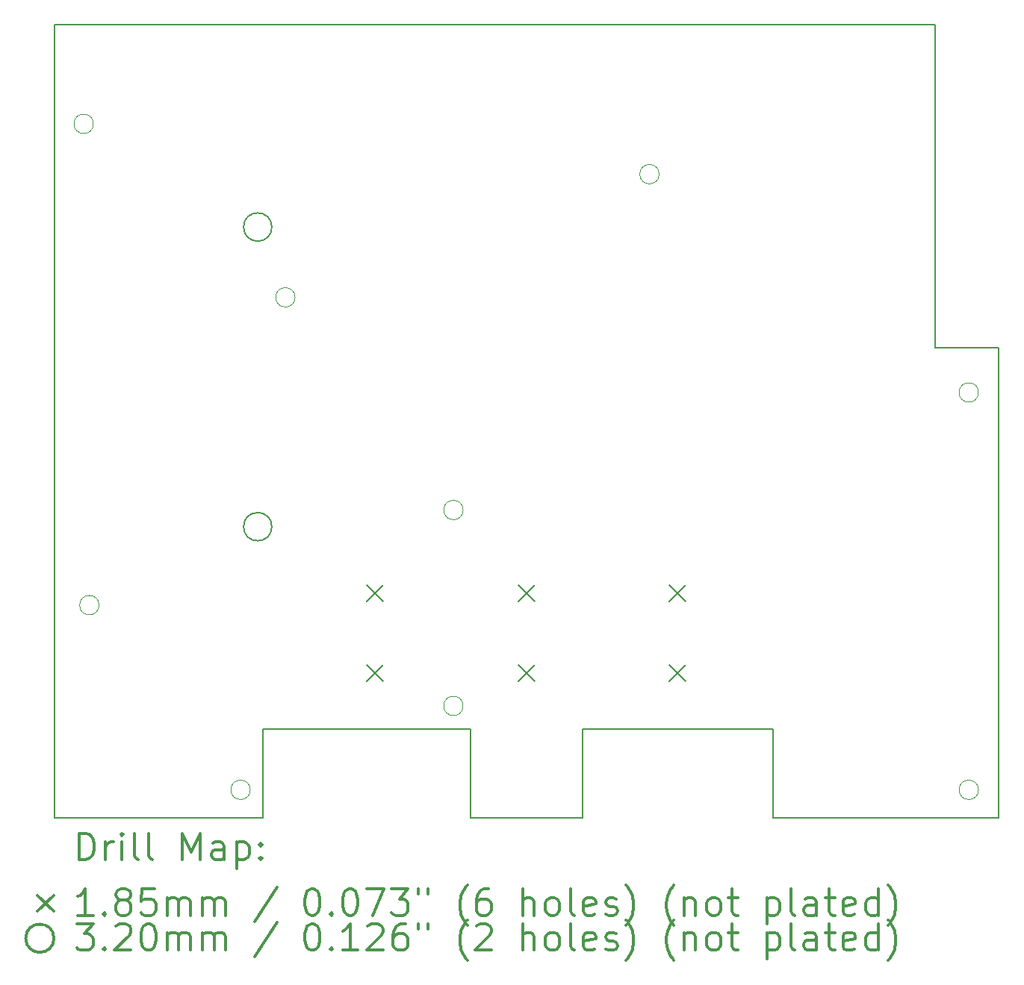
<source format=gbr>
%FSLAX45Y45*%
G04 Gerber Fmt 4.5, Leading zero omitted, Abs format (unit mm)*
G04 Created by KiCad (PCBNEW (5.1.6)-1) date 2021-06-16 15:59:07*
%MOMM*%
%LPD*%
G01*
G04 APERTURE LIST*
%TA.AperFunction,Profile*%
%ADD10C,0.050000*%
%TD*%
%TA.AperFunction,Profile*%
%ADD11C,0.200000*%
%TD*%
%ADD12C,0.200000*%
%ADD13C,0.300000*%
G04 APERTURE END LIST*
D10*
X8428500Y-14605000D02*
G75*
G03*
X8428500Y-14605000I-110000J0D01*
G01*
X14270500Y-11049000D02*
G75*
G03*
X14270500Y-11049000I-110000J0D01*
G01*
X14270500Y-15557500D02*
G75*
G03*
X14270500Y-15557500I-110000J0D01*
G01*
X4237500Y-8001000D02*
G75*
G03*
X4237500Y-8001000I-110000J0D01*
G01*
X10651000Y-8572500D02*
G75*
G03*
X10651000Y-8572500I-110000J0D01*
G01*
X6523500Y-9969500D02*
G75*
G03*
X6523500Y-9969500I-110000J0D01*
G01*
X4301000Y-13462000D02*
G75*
G03*
X4301000Y-13462000I-110000J0D01*
G01*
X8428500Y-12382500D02*
G75*
G03*
X8428500Y-12382500I-110000J0D01*
G01*
X6015500Y-15557500D02*
G75*
G03*
X6015500Y-15557500I-110000J0D01*
G01*
D11*
X6159500Y-15875000D02*
X6159500Y-14872000D01*
X11938000Y-15875000D02*
X11938000Y-14872000D01*
X14500000Y-15875000D02*
X11938000Y-15875000D01*
X14500000Y-15875000D02*
X14500000Y-14872000D01*
X3800000Y-15875000D02*
X6159500Y-15875000D01*
X9779000Y-14872000D02*
X11938000Y-14872000D01*
X9779000Y-15875000D02*
X9779000Y-14872000D01*
X9779000Y-15875000D02*
X8509000Y-15875000D01*
X8509000Y-15875000D02*
X8509000Y-14872000D01*
X13779500Y-10541000D02*
X13779500Y-6872000D01*
X14500000Y-10541000D02*
X13779500Y-10541000D01*
X3800000Y-6872000D02*
X13779500Y-6872000D01*
X6159500Y-14872000D02*
X8509000Y-14872000D01*
X14500000Y-10541000D02*
X14500000Y-14872000D01*
X3800000Y-6872000D02*
X3800000Y-15875000D01*
D12*
X9057500Y-13234500D02*
X9242500Y-13419500D01*
X9242500Y-13234500D02*
X9057500Y-13419500D01*
X9057500Y-14139500D02*
X9242500Y-14324500D01*
X9242500Y-14139500D02*
X9057500Y-14324500D01*
X10766000Y-13234500D02*
X10951000Y-13419500D01*
X10951000Y-13234500D02*
X10766000Y-13419500D01*
X10766000Y-14139500D02*
X10951000Y-14324500D01*
X10951000Y-14139500D02*
X10766000Y-14324500D01*
X7337000Y-13234500D02*
X7522000Y-13419500D01*
X7522000Y-13234500D02*
X7337000Y-13419500D01*
X7337000Y-14139500D02*
X7522000Y-14324500D01*
X7522000Y-14139500D02*
X7337000Y-14324500D01*
X6260000Y-9172000D02*
G75*
G03*
X6260000Y-9172000I-160000J0D01*
G01*
X6260000Y-12572000D02*
G75*
G03*
X6260000Y-12572000I-160000J0D01*
G01*
D13*
X4076428Y-16350714D02*
X4076428Y-16050714D01*
X4147857Y-16050714D01*
X4190714Y-16065000D01*
X4219286Y-16093571D01*
X4233571Y-16122143D01*
X4247857Y-16179286D01*
X4247857Y-16222143D01*
X4233571Y-16279286D01*
X4219286Y-16307857D01*
X4190714Y-16336429D01*
X4147857Y-16350714D01*
X4076428Y-16350714D01*
X4376428Y-16350714D02*
X4376428Y-16150714D01*
X4376428Y-16207857D02*
X4390714Y-16179286D01*
X4405000Y-16165000D01*
X4433571Y-16150714D01*
X4462143Y-16150714D01*
X4562143Y-16350714D02*
X4562143Y-16150714D01*
X4562143Y-16050714D02*
X4547857Y-16065000D01*
X4562143Y-16079286D01*
X4576428Y-16065000D01*
X4562143Y-16050714D01*
X4562143Y-16079286D01*
X4747857Y-16350714D02*
X4719286Y-16336429D01*
X4705000Y-16307857D01*
X4705000Y-16050714D01*
X4905000Y-16350714D02*
X4876428Y-16336429D01*
X4862143Y-16307857D01*
X4862143Y-16050714D01*
X5247857Y-16350714D02*
X5247857Y-16050714D01*
X5347857Y-16265000D01*
X5447857Y-16050714D01*
X5447857Y-16350714D01*
X5719286Y-16350714D02*
X5719286Y-16193571D01*
X5705000Y-16165000D01*
X5676428Y-16150714D01*
X5619286Y-16150714D01*
X5590714Y-16165000D01*
X5719286Y-16336429D02*
X5690714Y-16350714D01*
X5619286Y-16350714D01*
X5590714Y-16336429D01*
X5576428Y-16307857D01*
X5576428Y-16279286D01*
X5590714Y-16250714D01*
X5619286Y-16236429D01*
X5690714Y-16236429D01*
X5719286Y-16222143D01*
X5862143Y-16150714D02*
X5862143Y-16450714D01*
X5862143Y-16165000D02*
X5890714Y-16150714D01*
X5947857Y-16150714D01*
X5976428Y-16165000D01*
X5990714Y-16179286D01*
X6005000Y-16207857D01*
X6005000Y-16293571D01*
X5990714Y-16322143D01*
X5976428Y-16336429D01*
X5947857Y-16350714D01*
X5890714Y-16350714D01*
X5862143Y-16336429D01*
X6133571Y-16322143D02*
X6147857Y-16336429D01*
X6133571Y-16350714D01*
X6119286Y-16336429D01*
X6133571Y-16322143D01*
X6133571Y-16350714D01*
X6133571Y-16165000D02*
X6147857Y-16179286D01*
X6133571Y-16193571D01*
X6119286Y-16179286D01*
X6133571Y-16165000D01*
X6133571Y-16193571D01*
X3605000Y-16752500D02*
X3790000Y-16937500D01*
X3790000Y-16752500D02*
X3605000Y-16937500D01*
X4233571Y-16980714D02*
X4062143Y-16980714D01*
X4147857Y-16980714D02*
X4147857Y-16680714D01*
X4119286Y-16723571D01*
X4090714Y-16752143D01*
X4062143Y-16766429D01*
X4362143Y-16952143D02*
X4376428Y-16966429D01*
X4362143Y-16980714D01*
X4347857Y-16966429D01*
X4362143Y-16952143D01*
X4362143Y-16980714D01*
X4547857Y-16809286D02*
X4519286Y-16795000D01*
X4505000Y-16780714D01*
X4490714Y-16752143D01*
X4490714Y-16737857D01*
X4505000Y-16709286D01*
X4519286Y-16695000D01*
X4547857Y-16680714D01*
X4605000Y-16680714D01*
X4633571Y-16695000D01*
X4647857Y-16709286D01*
X4662143Y-16737857D01*
X4662143Y-16752143D01*
X4647857Y-16780714D01*
X4633571Y-16795000D01*
X4605000Y-16809286D01*
X4547857Y-16809286D01*
X4519286Y-16823572D01*
X4505000Y-16837857D01*
X4490714Y-16866429D01*
X4490714Y-16923572D01*
X4505000Y-16952143D01*
X4519286Y-16966429D01*
X4547857Y-16980714D01*
X4605000Y-16980714D01*
X4633571Y-16966429D01*
X4647857Y-16952143D01*
X4662143Y-16923572D01*
X4662143Y-16866429D01*
X4647857Y-16837857D01*
X4633571Y-16823572D01*
X4605000Y-16809286D01*
X4933571Y-16680714D02*
X4790714Y-16680714D01*
X4776428Y-16823572D01*
X4790714Y-16809286D01*
X4819286Y-16795000D01*
X4890714Y-16795000D01*
X4919286Y-16809286D01*
X4933571Y-16823572D01*
X4947857Y-16852143D01*
X4947857Y-16923572D01*
X4933571Y-16952143D01*
X4919286Y-16966429D01*
X4890714Y-16980714D01*
X4819286Y-16980714D01*
X4790714Y-16966429D01*
X4776428Y-16952143D01*
X5076428Y-16980714D02*
X5076428Y-16780714D01*
X5076428Y-16809286D02*
X5090714Y-16795000D01*
X5119286Y-16780714D01*
X5162143Y-16780714D01*
X5190714Y-16795000D01*
X5205000Y-16823572D01*
X5205000Y-16980714D01*
X5205000Y-16823572D02*
X5219286Y-16795000D01*
X5247857Y-16780714D01*
X5290714Y-16780714D01*
X5319286Y-16795000D01*
X5333571Y-16823572D01*
X5333571Y-16980714D01*
X5476428Y-16980714D02*
X5476428Y-16780714D01*
X5476428Y-16809286D02*
X5490714Y-16795000D01*
X5519286Y-16780714D01*
X5562143Y-16780714D01*
X5590714Y-16795000D01*
X5605000Y-16823572D01*
X5605000Y-16980714D01*
X5605000Y-16823572D02*
X5619286Y-16795000D01*
X5647857Y-16780714D01*
X5690714Y-16780714D01*
X5719286Y-16795000D01*
X5733571Y-16823572D01*
X5733571Y-16980714D01*
X6319286Y-16666429D02*
X6062143Y-17052143D01*
X6705000Y-16680714D02*
X6733571Y-16680714D01*
X6762143Y-16695000D01*
X6776428Y-16709286D01*
X6790714Y-16737857D01*
X6805000Y-16795000D01*
X6805000Y-16866429D01*
X6790714Y-16923572D01*
X6776428Y-16952143D01*
X6762143Y-16966429D01*
X6733571Y-16980714D01*
X6705000Y-16980714D01*
X6676428Y-16966429D01*
X6662143Y-16952143D01*
X6647857Y-16923572D01*
X6633571Y-16866429D01*
X6633571Y-16795000D01*
X6647857Y-16737857D01*
X6662143Y-16709286D01*
X6676428Y-16695000D01*
X6705000Y-16680714D01*
X6933571Y-16952143D02*
X6947857Y-16966429D01*
X6933571Y-16980714D01*
X6919286Y-16966429D01*
X6933571Y-16952143D01*
X6933571Y-16980714D01*
X7133571Y-16680714D02*
X7162143Y-16680714D01*
X7190714Y-16695000D01*
X7205000Y-16709286D01*
X7219286Y-16737857D01*
X7233571Y-16795000D01*
X7233571Y-16866429D01*
X7219286Y-16923572D01*
X7205000Y-16952143D01*
X7190714Y-16966429D01*
X7162143Y-16980714D01*
X7133571Y-16980714D01*
X7105000Y-16966429D01*
X7090714Y-16952143D01*
X7076428Y-16923572D01*
X7062143Y-16866429D01*
X7062143Y-16795000D01*
X7076428Y-16737857D01*
X7090714Y-16709286D01*
X7105000Y-16695000D01*
X7133571Y-16680714D01*
X7333571Y-16680714D02*
X7533571Y-16680714D01*
X7405000Y-16980714D01*
X7619286Y-16680714D02*
X7805000Y-16680714D01*
X7705000Y-16795000D01*
X7747857Y-16795000D01*
X7776428Y-16809286D01*
X7790714Y-16823572D01*
X7805000Y-16852143D01*
X7805000Y-16923572D01*
X7790714Y-16952143D01*
X7776428Y-16966429D01*
X7747857Y-16980714D01*
X7662143Y-16980714D01*
X7633571Y-16966429D01*
X7619286Y-16952143D01*
X7919286Y-16680714D02*
X7919286Y-16737857D01*
X8033571Y-16680714D02*
X8033571Y-16737857D01*
X8476428Y-17095000D02*
X8462143Y-17080714D01*
X8433571Y-17037857D01*
X8419286Y-17009286D01*
X8405000Y-16966429D01*
X8390714Y-16895000D01*
X8390714Y-16837857D01*
X8405000Y-16766429D01*
X8419286Y-16723571D01*
X8433571Y-16695000D01*
X8462143Y-16652143D01*
X8476428Y-16637857D01*
X8719286Y-16680714D02*
X8662143Y-16680714D01*
X8633571Y-16695000D01*
X8619286Y-16709286D01*
X8590714Y-16752143D01*
X8576428Y-16809286D01*
X8576428Y-16923572D01*
X8590714Y-16952143D01*
X8605000Y-16966429D01*
X8633571Y-16980714D01*
X8690714Y-16980714D01*
X8719286Y-16966429D01*
X8733571Y-16952143D01*
X8747857Y-16923572D01*
X8747857Y-16852143D01*
X8733571Y-16823572D01*
X8719286Y-16809286D01*
X8690714Y-16795000D01*
X8633571Y-16795000D01*
X8605000Y-16809286D01*
X8590714Y-16823572D01*
X8576428Y-16852143D01*
X9105000Y-16980714D02*
X9105000Y-16680714D01*
X9233571Y-16980714D02*
X9233571Y-16823572D01*
X9219286Y-16795000D01*
X9190714Y-16780714D01*
X9147857Y-16780714D01*
X9119286Y-16795000D01*
X9105000Y-16809286D01*
X9419286Y-16980714D02*
X9390714Y-16966429D01*
X9376428Y-16952143D01*
X9362143Y-16923572D01*
X9362143Y-16837857D01*
X9376428Y-16809286D01*
X9390714Y-16795000D01*
X9419286Y-16780714D01*
X9462143Y-16780714D01*
X9490714Y-16795000D01*
X9505000Y-16809286D01*
X9519286Y-16837857D01*
X9519286Y-16923572D01*
X9505000Y-16952143D01*
X9490714Y-16966429D01*
X9462143Y-16980714D01*
X9419286Y-16980714D01*
X9690714Y-16980714D02*
X9662143Y-16966429D01*
X9647857Y-16937857D01*
X9647857Y-16680714D01*
X9919286Y-16966429D02*
X9890714Y-16980714D01*
X9833571Y-16980714D01*
X9805000Y-16966429D01*
X9790714Y-16937857D01*
X9790714Y-16823572D01*
X9805000Y-16795000D01*
X9833571Y-16780714D01*
X9890714Y-16780714D01*
X9919286Y-16795000D01*
X9933571Y-16823572D01*
X9933571Y-16852143D01*
X9790714Y-16880714D01*
X10047857Y-16966429D02*
X10076428Y-16980714D01*
X10133571Y-16980714D01*
X10162143Y-16966429D01*
X10176428Y-16937857D01*
X10176428Y-16923572D01*
X10162143Y-16895000D01*
X10133571Y-16880714D01*
X10090714Y-16880714D01*
X10062143Y-16866429D01*
X10047857Y-16837857D01*
X10047857Y-16823572D01*
X10062143Y-16795000D01*
X10090714Y-16780714D01*
X10133571Y-16780714D01*
X10162143Y-16795000D01*
X10276428Y-17095000D02*
X10290714Y-17080714D01*
X10319286Y-17037857D01*
X10333571Y-17009286D01*
X10347857Y-16966429D01*
X10362143Y-16895000D01*
X10362143Y-16837857D01*
X10347857Y-16766429D01*
X10333571Y-16723571D01*
X10319286Y-16695000D01*
X10290714Y-16652143D01*
X10276428Y-16637857D01*
X10819286Y-17095000D02*
X10805000Y-17080714D01*
X10776428Y-17037857D01*
X10762143Y-17009286D01*
X10747857Y-16966429D01*
X10733571Y-16895000D01*
X10733571Y-16837857D01*
X10747857Y-16766429D01*
X10762143Y-16723571D01*
X10776428Y-16695000D01*
X10805000Y-16652143D01*
X10819286Y-16637857D01*
X10933571Y-16780714D02*
X10933571Y-16980714D01*
X10933571Y-16809286D02*
X10947857Y-16795000D01*
X10976428Y-16780714D01*
X11019286Y-16780714D01*
X11047857Y-16795000D01*
X11062143Y-16823572D01*
X11062143Y-16980714D01*
X11247857Y-16980714D02*
X11219286Y-16966429D01*
X11205000Y-16952143D01*
X11190714Y-16923572D01*
X11190714Y-16837857D01*
X11205000Y-16809286D01*
X11219286Y-16795000D01*
X11247857Y-16780714D01*
X11290714Y-16780714D01*
X11319286Y-16795000D01*
X11333571Y-16809286D01*
X11347857Y-16837857D01*
X11347857Y-16923572D01*
X11333571Y-16952143D01*
X11319286Y-16966429D01*
X11290714Y-16980714D01*
X11247857Y-16980714D01*
X11433571Y-16780714D02*
X11547857Y-16780714D01*
X11476428Y-16680714D02*
X11476428Y-16937857D01*
X11490714Y-16966429D01*
X11519286Y-16980714D01*
X11547857Y-16980714D01*
X11876428Y-16780714D02*
X11876428Y-17080714D01*
X11876428Y-16795000D02*
X11905000Y-16780714D01*
X11962143Y-16780714D01*
X11990714Y-16795000D01*
X12005000Y-16809286D01*
X12019286Y-16837857D01*
X12019286Y-16923572D01*
X12005000Y-16952143D01*
X11990714Y-16966429D01*
X11962143Y-16980714D01*
X11905000Y-16980714D01*
X11876428Y-16966429D01*
X12190714Y-16980714D02*
X12162143Y-16966429D01*
X12147857Y-16937857D01*
X12147857Y-16680714D01*
X12433571Y-16980714D02*
X12433571Y-16823572D01*
X12419286Y-16795000D01*
X12390714Y-16780714D01*
X12333571Y-16780714D01*
X12305000Y-16795000D01*
X12433571Y-16966429D02*
X12405000Y-16980714D01*
X12333571Y-16980714D01*
X12305000Y-16966429D01*
X12290714Y-16937857D01*
X12290714Y-16909286D01*
X12305000Y-16880714D01*
X12333571Y-16866429D01*
X12405000Y-16866429D01*
X12433571Y-16852143D01*
X12533571Y-16780714D02*
X12647857Y-16780714D01*
X12576428Y-16680714D02*
X12576428Y-16937857D01*
X12590714Y-16966429D01*
X12619286Y-16980714D01*
X12647857Y-16980714D01*
X12862143Y-16966429D02*
X12833571Y-16980714D01*
X12776428Y-16980714D01*
X12747857Y-16966429D01*
X12733571Y-16937857D01*
X12733571Y-16823572D01*
X12747857Y-16795000D01*
X12776428Y-16780714D01*
X12833571Y-16780714D01*
X12862143Y-16795000D01*
X12876428Y-16823572D01*
X12876428Y-16852143D01*
X12733571Y-16880714D01*
X13133571Y-16980714D02*
X13133571Y-16680714D01*
X13133571Y-16966429D02*
X13105000Y-16980714D01*
X13047857Y-16980714D01*
X13019286Y-16966429D01*
X13005000Y-16952143D01*
X12990714Y-16923572D01*
X12990714Y-16837857D01*
X13005000Y-16809286D01*
X13019286Y-16795000D01*
X13047857Y-16780714D01*
X13105000Y-16780714D01*
X13133571Y-16795000D01*
X13247857Y-17095000D02*
X13262143Y-17080714D01*
X13290714Y-17037857D01*
X13305000Y-17009286D01*
X13319286Y-16966429D01*
X13333571Y-16895000D01*
X13333571Y-16837857D01*
X13319286Y-16766429D01*
X13305000Y-16723571D01*
X13290714Y-16695000D01*
X13262143Y-16652143D01*
X13247857Y-16637857D01*
X3790000Y-17241000D02*
G75*
G03*
X3790000Y-17241000I-160000J0D01*
G01*
X4047857Y-17076714D02*
X4233571Y-17076714D01*
X4133571Y-17191000D01*
X4176428Y-17191000D01*
X4205000Y-17205286D01*
X4219286Y-17219572D01*
X4233571Y-17248143D01*
X4233571Y-17319572D01*
X4219286Y-17348143D01*
X4205000Y-17362429D01*
X4176428Y-17376714D01*
X4090714Y-17376714D01*
X4062143Y-17362429D01*
X4047857Y-17348143D01*
X4362143Y-17348143D02*
X4376428Y-17362429D01*
X4362143Y-17376714D01*
X4347857Y-17362429D01*
X4362143Y-17348143D01*
X4362143Y-17376714D01*
X4490714Y-17105286D02*
X4505000Y-17091000D01*
X4533571Y-17076714D01*
X4605000Y-17076714D01*
X4633571Y-17091000D01*
X4647857Y-17105286D01*
X4662143Y-17133857D01*
X4662143Y-17162429D01*
X4647857Y-17205286D01*
X4476428Y-17376714D01*
X4662143Y-17376714D01*
X4847857Y-17076714D02*
X4876428Y-17076714D01*
X4905000Y-17091000D01*
X4919286Y-17105286D01*
X4933571Y-17133857D01*
X4947857Y-17191000D01*
X4947857Y-17262429D01*
X4933571Y-17319572D01*
X4919286Y-17348143D01*
X4905000Y-17362429D01*
X4876428Y-17376714D01*
X4847857Y-17376714D01*
X4819286Y-17362429D01*
X4805000Y-17348143D01*
X4790714Y-17319572D01*
X4776428Y-17262429D01*
X4776428Y-17191000D01*
X4790714Y-17133857D01*
X4805000Y-17105286D01*
X4819286Y-17091000D01*
X4847857Y-17076714D01*
X5076428Y-17376714D02*
X5076428Y-17176714D01*
X5076428Y-17205286D02*
X5090714Y-17191000D01*
X5119286Y-17176714D01*
X5162143Y-17176714D01*
X5190714Y-17191000D01*
X5205000Y-17219572D01*
X5205000Y-17376714D01*
X5205000Y-17219572D02*
X5219286Y-17191000D01*
X5247857Y-17176714D01*
X5290714Y-17176714D01*
X5319286Y-17191000D01*
X5333571Y-17219572D01*
X5333571Y-17376714D01*
X5476428Y-17376714D02*
X5476428Y-17176714D01*
X5476428Y-17205286D02*
X5490714Y-17191000D01*
X5519286Y-17176714D01*
X5562143Y-17176714D01*
X5590714Y-17191000D01*
X5605000Y-17219572D01*
X5605000Y-17376714D01*
X5605000Y-17219572D02*
X5619286Y-17191000D01*
X5647857Y-17176714D01*
X5690714Y-17176714D01*
X5719286Y-17191000D01*
X5733571Y-17219572D01*
X5733571Y-17376714D01*
X6319286Y-17062429D02*
X6062143Y-17448143D01*
X6705000Y-17076714D02*
X6733571Y-17076714D01*
X6762143Y-17091000D01*
X6776428Y-17105286D01*
X6790714Y-17133857D01*
X6805000Y-17191000D01*
X6805000Y-17262429D01*
X6790714Y-17319572D01*
X6776428Y-17348143D01*
X6762143Y-17362429D01*
X6733571Y-17376714D01*
X6705000Y-17376714D01*
X6676428Y-17362429D01*
X6662143Y-17348143D01*
X6647857Y-17319572D01*
X6633571Y-17262429D01*
X6633571Y-17191000D01*
X6647857Y-17133857D01*
X6662143Y-17105286D01*
X6676428Y-17091000D01*
X6705000Y-17076714D01*
X6933571Y-17348143D02*
X6947857Y-17362429D01*
X6933571Y-17376714D01*
X6919286Y-17362429D01*
X6933571Y-17348143D01*
X6933571Y-17376714D01*
X7233571Y-17376714D02*
X7062143Y-17376714D01*
X7147857Y-17376714D02*
X7147857Y-17076714D01*
X7119286Y-17119572D01*
X7090714Y-17148143D01*
X7062143Y-17162429D01*
X7347857Y-17105286D02*
X7362143Y-17091000D01*
X7390714Y-17076714D01*
X7462143Y-17076714D01*
X7490714Y-17091000D01*
X7505000Y-17105286D01*
X7519286Y-17133857D01*
X7519286Y-17162429D01*
X7505000Y-17205286D01*
X7333571Y-17376714D01*
X7519286Y-17376714D01*
X7776428Y-17076714D02*
X7719286Y-17076714D01*
X7690714Y-17091000D01*
X7676428Y-17105286D01*
X7647857Y-17148143D01*
X7633571Y-17205286D01*
X7633571Y-17319572D01*
X7647857Y-17348143D01*
X7662143Y-17362429D01*
X7690714Y-17376714D01*
X7747857Y-17376714D01*
X7776428Y-17362429D01*
X7790714Y-17348143D01*
X7805000Y-17319572D01*
X7805000Y-17248143D01*
X7790714Y-17219572D01*
X7776428Y-17205286D01*
X7747857Y-17191000D01*
X7690714Y-17191000D01*
X7662143Y-17205286D01*
X7647857Y-17219572D01*
X7633571Y-17248143D01*
X7919286Y-17076714D02*
X7919286Y-17133857D01*
X8033571Y-17076714D02*
X8033571Y-17133857D01*
X8476428Y-17491000D02*
X8462143Y-17476714D01*
X8433571Y-17433857D01*
X8419286Y-17405286D01*
X8405000Y-17362429D01*
X8390714Y-17291000D01*
X8390714Y-17233857D01*
X8405000Y-17162429D01*
X8419286Y-17119572D01*
X8433571Y-17091000D01*
X8462143Y-17048143D01*
X8476428Y-17033857D01*
X8576428Y-17105286D02*
X8590714Y-17091000D01*
X8619286Y-17076714D01*
X8690714Y-17076714D01*
X8719286Y-17091000D01*
X8733571Y-17105286D01*
X8747857Y-17133857D01*
X8747857Y-17162429D01*
X8733571Y-17205286D01*
X8562143Y-17376714D01*
X8747857Y-17376714D01*
X9105000Y-17376714D02*
X9105000Y-17076714D01*
X9233571Y-17376714D02*
X9233571Y-17219572D01*
X9219286Y-17191000D01*
X9190714Y-17176714D01*
X9147857Y-17176714D01*
X9119286Y-17191000D01*
X9105000Y-17205286D01*
X9419286Y-17376714D02*
X9390714Y-17362429D01*
X9376428Y-17348143D01*
X9362143Y-17319572D01*
X9362143Y-17233857D01*
X9376428Y-17205286D01*
X9390714Y-17191000D01*
X9419286Y-17176714D01*
X9462143Y-17176714D01*
X9490714Y-17191000D01*
X9505000Y-17205286D01*
X9519286Y-17233857D01*
X9519286Y-17319572D01*
X9505000Y-17348143D01*
X9490714Y-17362429D01*
X9462143Y-17376714D01*
X9419286Y-17376714D01*
X9690714Y-17376714D02*
X9662143Y-17362429D01*
X9647857Y-17333857D01*
X9647857Y-17076714D01*
X9919286Y-17362429D02*
X9890714Y-17376714D01*
X9833571Y-17376714D01*
X9805000Y-17362429D01*
X9790714Y-17333857D01*
X9790714Y-17219572D01*
X9805000Y-17191000D01*
X9833571Y-17176714D01*
X9890714Y-17176714D01*
X9919286Y-17191000D01*
X9933571Y-17219572D01*
X9933571Y-17248143D01*
X9790714Y-17276714D01*
X10047857Y-17362429D02*
X10076428Y-17376714D01*
X10133571Y-17376714D01*
X10162143Y-17362429D01*
X10176428Y-17333857D01*
X10176428Y-17319572D01*
X10162143Y-17291000D01*
X10133571Y-17276714D01*
X10090714Y-17276714D01*
X10062143Y-17262429D01*
X10047857Y-17233857D01*
X10047857Y-17219572D01*
X10062143Y-17191000D01*
X10090714Y-17176714D01*
X10133571Y-17176714D01*
X10162143Y-17191000D01*
X10276428Y-17491000D02*
X10290714Y-17476714D01*
X10319286Y-17433857D01*
X10333571Y-17405286D01*
X10347857Y-17362429D01*
X10362143Y-17291000D01*
X10362143Y-17233857D01*
X10347857Y-17162429D01*
X10333571Y-17119572D01*
X10319286Y-17091000D01*
X10290714Y-17048143D01*
X10276428Y-17033857D01*
X10819286Y-17491000D02*
X10805000Y-17476714D01*
X10776428Y-17433857D01*
X10762143Y-17405286D01*
X10747857Y-17362429D01*
X10733571Y-17291000D01*
X10733571Y-17233857D01*
X10747857Y-17162429D01*
X10762143Y-17119572D01*
X10776428Y-17091000D01*
X10805000Y-17048143D01*
X10819286Y-17033857D01*
X10933571Y-17176714D02*
X10933571Y-17376714D01*
X10933571Y-17205286D02*
X10947857Y-17191000D01*
X10976428Y-17176714D01*
X11019286Y-17176714D01*
X11047857Y-17191000D01*
X11062143Y-17219572D01*
X11062143Y-17376714D01*
X11247857Y-17376714D02*
X11219286Y-17362429D01*
X11205000Y-17348143D01*
X11190714Y-17319572D01*
X11190714Y-17233857D01*
X11205000Y-17205286D01*
X11219286Y-17191000D01*
X11247857Y-17176714D01*
X11290714Y-17176714D01*
X11319286Y-17191000D01*
X11333571Y-17205286D01*
X11347857Y-17233857D01*
X11347857Y-17319572D01*
X11333571Y-17348143D01*
X11319286Y-17362429D01*
X11290714Y-17376714D01*
X11247857Y-17376714D01*
X11433571Y-17176714D02*
X11547857Y-17176714D01*
X11476428Y-17076714D02*
X11476428Y-17333857D01*
X11490714Y-17362429D01*
X11519286Y-17376714D01*
X11547857Y-17376714D01*
X11876428Y-17176714D02*
X11876428Y-17476714D01*
X11876428Y-17191000D02*
X11905000Y-17176714D01*
X11962143Y-17176714D01*
X11990714Y-17191000D01*
X12005000Y-17205286D01*
X12019286Y-17233857D01*
X12019286Y-17319572D01*
X12005000Y-17348143D01*
X11990714Y-17362429D01*
X11962143Y-17376714D01*
X11905000Y-17376714D01*
X11876428Y-17362429D01*
X12190714Y-17376714D02*
X12162143Y-17362429D01*
X12147857Y-17333857D01*
X12147857Y-17076714D01*
X12433571Y-17376714D02*
X12433571Y-17219572D01*
X12419286Y-17191000D01*
X12390714Y-17176714D01*
X12333571Y-17176714D01*
X12305000Y-17191000D01*
X12433571Y-17362429D02*
X12405000Y-17376714D01*
X12333571Y-17376714D01*
X12305000Y-17362429D01*
X12290714Y-17333857D01*
X12290714Y-17305286D01*
X12305000Y-17276714D01*
X12333571Y-17262429D01*
X12405000Y-17262429D01*
X12433571Y-17248143D01*
X12533571Y-17176714D02*
X12647857Y-17176714D01*
X12576428Y-17076714D02*
X12576428Y-17333857D01*
X12590714Y-17362429D01*
X12619286Y-17376714D01*
X12647857Y-17376714D01*
X12862143Y-17362429D02*
X12833571Y-17376714D01*
X12776428Y-17376714D01*
X12747857Y-17362429D01*
X12733571Y-17333857D01*
X12733571Y-17219572D01*
X12747857Y-17191000D01*
X12776428Y-17176714D01*
X12833571Y-17176714D01*
X12862143Y-17191000D01*
X12876428Y-17219572D01*
X12876428Y-17248143D01*
X12733571Y-17276714D01*
X13133571Y-17376714D02*
X13133571Y-17076714D01*
X13133571Y-17362429D02*
X13105000Y-17376714D01*
X13047857Y-17376714D01*
X13019286Y-17362429D01*
X13005000Y-17348143D01*
X12990714Y-17319572D01*
X12990714Y-17233857D01*
X13005000Y-17205286D01*
X13019286Y-17191000D01*
X13047857Y-17176714D01*
X13105000Y-17176714D01*
X13133571Y-17191000D01*
X13247857Y-17491000D02*
X13262143Y-17476714D01*
X13290714Y-17433857D01*
X13305000Y-17405286D01*
X13319286Y-17362429D01*
X13333571Y-17291000D01*
X13333571Y-17233857D01*
X13319286Y-17162429D01*
X13305000Y-17119572D01*
X13290714Y-17091000D01*
X13262143Y-17048143D01*
X13247857Y-17033857D01*
M02*

</source>
